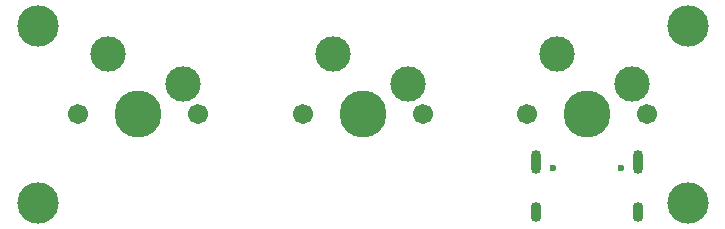
<source format=gbr>
%TF.GenerationSoftware,KiCad,Pcbnew,(5.1.9)-1*%
%TF.CreationDate,2021-04-12T14:13:55+08:00*%
%TF.ProjectId,HDSP_StatTrak,48445350-5f53-4746-9174-5472616b2e6b,rev?*%
%TF.SameCoordinates,Original*%
%TF.FileFunction,Soldermask,Bot*%
%TF.FilePolarity,Negative*%
%FSLAX46Y46*%
G04 Gerber Fmt 4.6, Leading zero omitted, Abs format (unit mm)*
G04 Created by KiCad (PCBNEW (5.1.9)-1) date 2021-04-12 14:13:55*
%MOMM*%
%LPD*%
G01*
G04 APERTURE LIST*
%ADD10C,1.701800*%
%ADD11C,3.987800*%
%ADD12C,3.000000*%
%ADD13C,3.500000*%
%ADD14C,0.600000*%
%ADD15O,0.900000X1.700000*%
%ADD16O,0.900000X2.000000*%
G04 APERTURE END LIST*
D10*
%TO.C,SW2*%
X138580000Y-85000000D03*
X128420000Y-85000000D03*
D11*
X133500000Y-85000000D03*
D12*
X137310000Y-82460000D03*
X130960000Y-79920000D03*
%TD*%
D13*
%TO.C,J5*%
X87000000Y-92500000D03*
%TD*%
%TO.C,J4*%
X87000000Y-77500000D03*
%TD*%
%TO.C,J3*%
X142000000Y-77500000D03*
%TD*%
%TO.C,J2*%
X142000000Y-92500000D03*
%TD*%
D10*
%TO.C,SW3*%
X119580000Y-85000000D03*
X109420000Y-85000000D03*
D11*
X114500000Y-85000000D03*
D12*
X118310000Y-82460000D03*
X111960000Y-79920000D03*
%TD*%
%TO.C,SW1*%
X92960000Y-79920000D03*
X99310000Y-82460000D03*
D11*
X95500000Y-85000000D03*
D10*
X90420000Y-85000000D03*
X100580000Y-85000000D03*
%TD*%
D14*
%TO.C,J1*%
X130610000Y-89550000D03*
X136390000Y-89550000D03*
D15*
X137820000Y-93240000D03*
X129180000Y-93240000D03*
D16*
X137820000Y-89070000D03*
X129180000Y-89070000D03*
%TD*%
M02*

</source>
